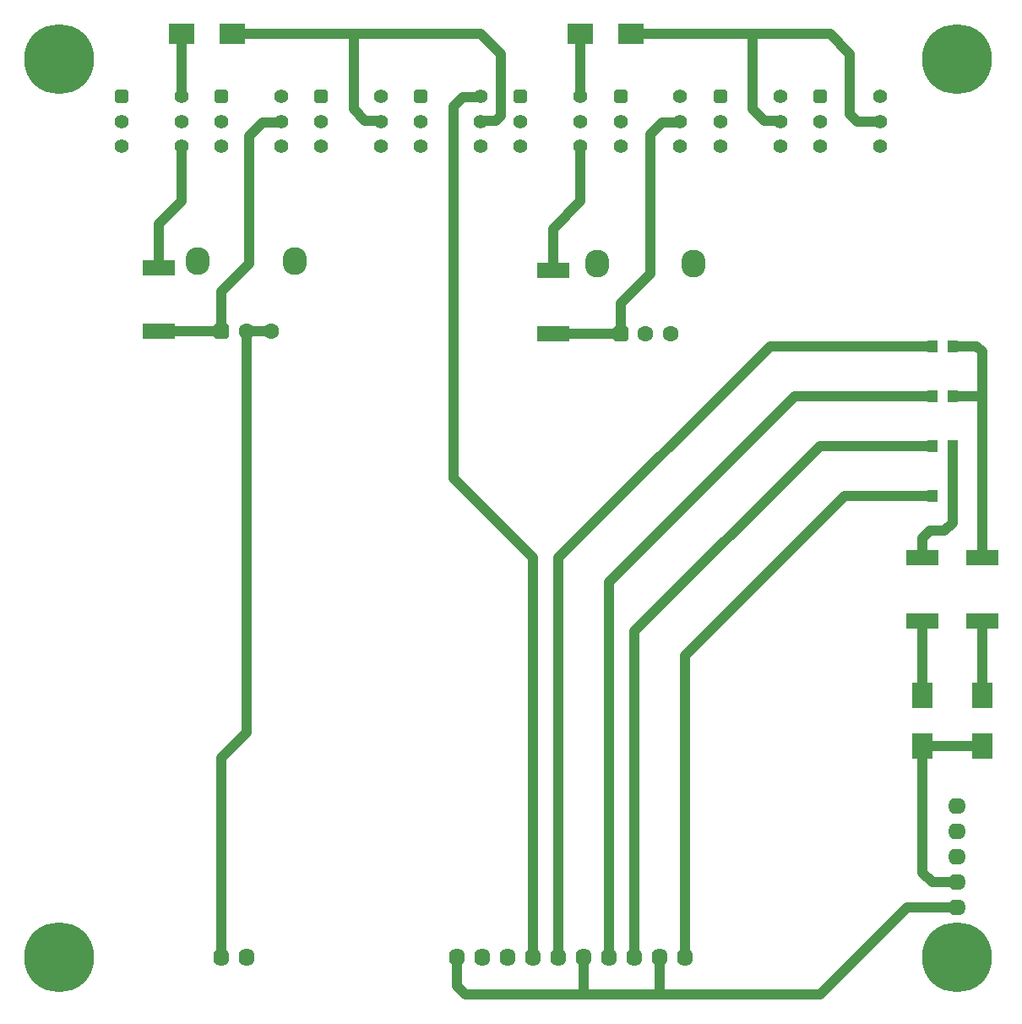
<source format=gtl>
G04*
G04 #@! TF.GenerationSoftware,Altium Limited,Altium Designer,22.7.1 (60)*
G04*
G04 Layer_Physical_Order=1*
G04 Layer_Color=255*
%FSLAX44Y44*%
%MOMM*%
G71*
G04*
G04 #@! TF.SameCoordinates,DCD1F4FC-07E0-4B9C-93DB-C222A076345C*
G04*
G04*
G04 #@! TF.FilePolarity,Positive*
G04*
G01*
G75*
%ADD14R,3.2000X1.6000*%
%ADD15R,2.0000X2.5000*%
%ADD16R,2.5000X2.0000*%
%ADD17R,1.0000X1.2500*%
%ADD30C,1.0000*%
%ADD31C,7.0000*%
%ADD32O,2.4000X2.8000*%
G04:AMPARAMS|DCode=33|XSize=1.6mm|YSize=1.6mm|CornerRadius=0.4mm|HoleSize=0mm|Usage=FLASHONLY|Rotation=0.000|XOffset=0mm|YOffset=0mm|HoleType=Round|Shape=RoundedRectangle|*
%AMROUNDEDRECTD33*
21,1,1.6000,0.8000,0,0,0.0*
21,1,0.8000,1.6000,0,0,0.0*
1,1,0.8000,0.4000,-0.4000*
1,1,0.8000,-0.4000,-0.4000*
1,1,0.8000,-0.4000,0.4000*
1,1,0.8000,0.4000,0.4000*
%
%ADD33ROUNDEDRECTD33*%
%ADD34C,1.6000*%
%ADD35O,1.6000X1.8000*%
%ADD36C,1.4000*%
G04:AMPARAMS|DCode=37|XSize=1.4mm|YSize=1.4mm|CornerRadius=0.35mm|HoleSize=0mm|Usage=FLASHONLY|Rotation=270.000|XOffset=0mm|YOffset=0mm|HoleType=Round|Shape=RoundedRectangle|*
%AMROUNDEDRECTD37*
21,1,1.4000,0.7000,0,0,270.0*
21,1,0.7000,1.4000,0,0,270.0*
1,1,0.7000,-0.3500,-0.3500*
1,1,0.7000,-0.3500,0.3500*
1,1,0.7000,0.3500,0.3500*
1,1,0.7000,0.3500,-0.3500*
%
%ADD37ROUNDEDRECTD37*%
%ADD38O,1.8000X1.6000*%
D14*
X545000Y675000D02*
D03*
Y738500D02*
D03*
X150000Y677500D02*
D03*
Y741000D02*
D03*
X915000Y386500D02*
D03*
Y450000D02*
D03*
X975000Y386500D02*
D03*
Y450000D02*
D03*
D15*
X915000Y312500D02*
D03*
Y261700D02*
D03*
X975000Y312500D02*
D03*
Y261700D02*
D03*
D16*
X572500Y975000D02*
D03*
X623300D02*
D03*
X172500D02*
D03*
X223300D02*
D03*
D17*
X925000Y512500D02*
D03*
X945320D02*
D03*
X925000Y562500D02*
D03*
X945320D02*
D03*
X925000Y612500D02*
D03*
X945320D02*
D03*
X925000Y662500D02*
D03*
X945320D02*
D03*
D30*
X150000Y785000D02*
X172500Y807500D01*
Y862500D01*
X150000Y741000D02*
Y785000D01*
X240000Y872500D02*
X254235Y886735D01*
X271735D02*
X272500Y887500D01*
X254235Y886735D02*
X271735D01*
X240000Y745000D02*
Y872500D01*
X212500Y717500D02*
X240000Y745000D01*
X212500Y677500D02*
Y717500D01*
X642500Y875000D02*
X654235Y886735D01*
X671735D02*
X672500Y887500D01*
X654235Y886735D02*
X671735D01*
X642500Y735000D02*
Y875000D01*
X612500Y705000D02*
X642500Y735000D01*
X612500Y675000D02*
Y705000D01*
X745000Y975000D02*
X822500D01*
X623300D02*
X745000D01*
X842500Y895000D02*
X850000Y887500D01*
X872500D01*
X842500Y895000D02*
Y955000D01*
X822500Y975000D02*
X842500Y955000D01*
X745000Y900000D02*
X756735Y888265D01*
X745000Y900000D02*
Y975000D01*
X756735Y888265D02*
X771735D01*
X772500Y887500D01*
X345000Y975000D02*
X472500D01*
X223300D02*
X345000D01*
X472500Y887500D02*
X473265Y888265D01*
X487407D01*
X492500Y893358D02*
Y955000D01*
X487407Y888265D02*
X492500Y893358D01*
X472500Y975000D02*
X492500Y955000D01*
X345000Y900000D02*
Y975000D01*
Y900000D02*
X356735Y888265D01*
X371735D01*
X372500Y887500D01*
X572500Y975000D02*
X572500Y975000D01*
X572500Y912500D02*
Y975000D01*
X172500Y912500D02*
Y975000D01*
X172500Y912500D02*
X172500Y912500D01*
X572500Y807500D02*
Y862500D01*
X545000Y780000D02*
X572500Y807500D01*
X545000Y738500D02*
Y780000D01*
Y675000D02*
X612500D01*
X150000Y677500D02*
X212500D01*
X237500D02*
X262500D01*
X237500D02*
X237500Y275000D01*
X212500Y250000D02*
X237500Y275000D01*
X212500Y50000D02*
Y250000D01*
X454235Y911735D02*
X471735D01*
X472500Y912500D01*
X445000Y902500D02*
X454235Y911735D01*
X445000Y530000D02*
Y902500D01*
Y530000D02*
X524920Y450080D01*
Y50000D02*
Y450080D01*
X915000Y261700D02*
X975000D01*
X915000Y135000D02*
X925000Y125000D01*
X950000D01*
X915000Y135000D02*
Y261700D01*
X975000Y312500D02*
Y386500D01*
X915000Y312500D02*
Y386500D01*
X945320Y512500D02*
Y562500D01*
Y485320D02*
Y512500D01*
X915000Y450000D02*
Y470000D01*
X922500Y477500D01*
X937500D01*
X945320Y485320D01*
X975000Y612500D02*
Y656642D01*
Y450000D02*
Y612500D01*
X945320D02*
X975000D01*
X969142Y662500D02*
X975000Y656642D01*
X945320Y662500D02*
X969142D01*
X762500D02*
X925000D01*
X550320Y450320D02*
X762500Y662500D01*
X550320Y50000D02*
Y450320D01*
X601120Y426120D02*
X787500Y612500D01*
X925000D01*
X601120Y50000D02*
Y426120D01*
X812500Y562500D02*
X925000D01*
X626520Y376520D02*
X812500Y562500D01*
X626520Y50000D02*
Y376520D01*
X677320Y352320D02*
X837500Y512500D01*
X925000D01*
X677320Y50000D02*
Y352320D01*
X575000Y12500D02*
X650000D01*
X457500D02*
X575000D01*
X575720Y13220D02*
Y50000D01*
X575000Y12500D02*
X575720Y13220D01*
X650000Y12500D02*
X812500D01*
X651920Y14420D02*
Y50000D01*
X650000Y12500D02*
X651920Y14420D01*
X899600Y99600D02*
X950000D01*
X812500Y12500D02*
X899600Y99600D01*
X448720Y21280D02*
X457500Y12500D01*
X448720Y21280D02*
Y50000D01*
D31*
X950000D02*
D03*
Y950000D02*
D03*
X50000D02*
D03*
Y50000D02*
D03*
D32*
X286000Y747500D02*
D03*
X189000D02*
D03*
X686000Y745000D02*
D03*
X589000D02*
D03*
D33*
X212500Y677500D02*
D03*
X612500Y675000D02*
D03*
D34*
X262500Y677500D02*
D03*
X237500D02*
D03*
X662500Y675000D02*
D03*
X637500D02*
D03*
D35*
X651920Y50000D02*
D03*
X677320D02*
D03*
X626520D02*
D03*
X601120D02*
D03*
X448720D02*
D03*
X474120D02*
D03*
X524920D02*
D03*
X499520D02*
D03*
X575720D02*
D03*
X550320D02*
D03*
X212500D02*
D03*
X237900D02*
D03*
D36*
X372500Y862500D02*
D03*
X312500D02*
D03*
Y887500D02*
D03*
X372500D02*
D03*
Y912500D02*
D03*
X172500Y862500D02*
D03*
X112500D02*
D03*
Y887500D02*
D03*
X172500D02*
D03*
Y912500D02*
D03*
X272500Y862500D02*
D03*
X212500D02*
D03*
Y887500D02*
D03*
X272500D02*
D03*
Y912500D02*
D03*
X672500Y862500D02*
D03*
X612500D02*
D03*
Y887500D02*
D03*
X672500D02*
D03*
Y912500D02*
D03*
X572500Y862500D02*
D03*
X512500D02*
D03*
Y887500D02*
D03*
X572500D02*
D03*
Y912500D02*
D03*
X772500Y862500D02*
D03*
X712500D02*
D03*
Y887500D02*
D03*
X772500D02*
D03*
Y912500D02*
D03*
X872500Y862500D02*
D03*
X812500D02*
D03*
Y887500D02*
D03*
X872500D02*
D03*
Y912500D02*
D03*
X472500Y862500D02*
D03*
X412500D02*
D03*
Y887500D02*
D03*
X472500D02*
D03*
Y912500D02*
D03*
D37*
X312500D02*
D03*
X112500D02*
D03*
X212500D02*
D03*
X612500D02*
D03*
X512500D02*
D03*
X712500D02*
D03*
X812500D02*
D03*
X412500D02*
D03*
D38*
X950000Y201200D02*
D03*
Y175800D02*
D03*
Y125000D02*
D03*
Y99600D02*
D03*
Y150400D02*
D03*
M02*

</source>
